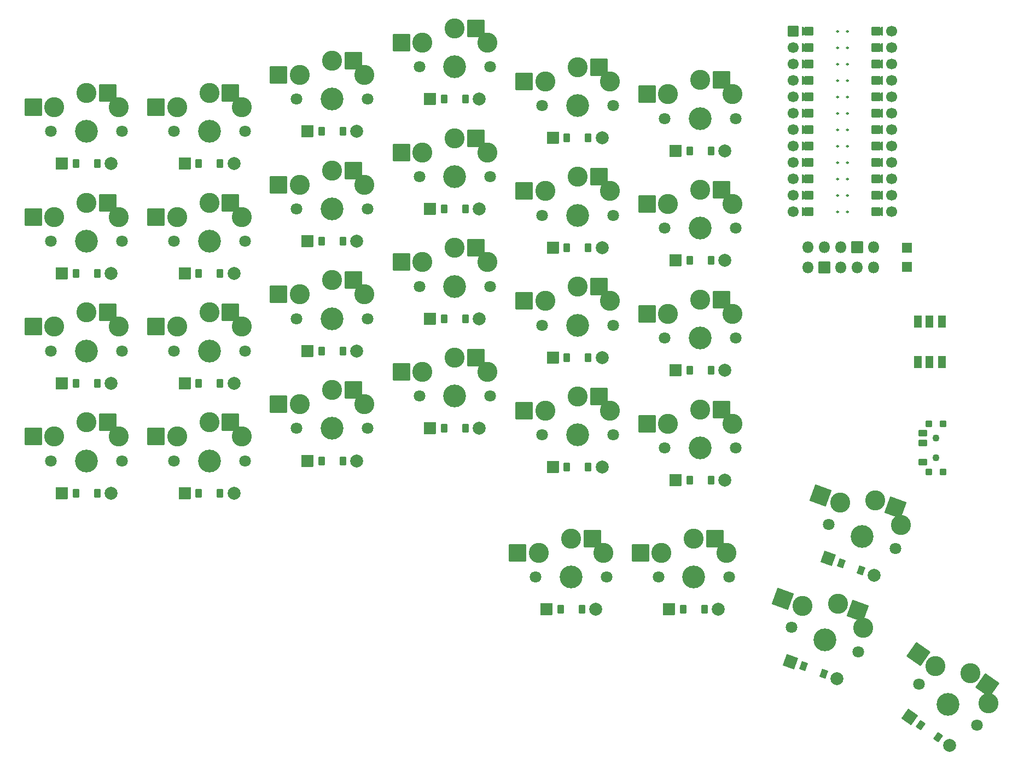
<source format=gbr>
%TF.GenerationSoftware,KiCad,Pcbnew,(7.0.0-0)*%
%TF.CreationDate,2023-05-03T13:23:33-05:00*%
%TF.ProjectId,boardv3,626f6172-6476-4332-9e6b-696361645f70,v1.0.0*%
%TF.SameCoordinates,Original*%
%TF.FileFunction,Soldermask,Top*%
%TF.FilePolarity,Negative*%
%FSLAX46Y46*%
G04 Gerber Fmt 4.6, Leading zero omitted, Abs format (unit mm)*
G04 Created by KiCad (PCBNEW (7.0.0-0)) date 2023-05-03 13:23:33*
%MOMM*%
%LPD*%
G01*
G04 APERTURE LIST*
G04 Aperture macros list*
%AMRoundRect*
0 Rectangle with rounded corners*
0 $1 Rounding radius*
0 $2 $3 $4 $5 $6 $7 $8 $9 X,Y pos of 4 corners*
0 Add a 4 corners polygon primitive as box body*
4,1,4,$2,$3,$4,$5,$6,$7,$8,$9,$2,$3,0*
0 Add four circle primitives for the rounded corners*
1,1,$1+$1,$2,$3*
1,1,$1+$1,$4,$5*
1,1,$1+$1,$6,$7*
1,1,$1+$1,$8,$9*
0 Add four rect primitives between the rounded corners*
20,1,$1+$1,$2,$3,$4,$5,0*
20,1,$1+$1,$4,$5,$6,$7,0*
20,1,$1+$1,$6,$7,$8,$9,0*
20,1,$1+$1,$8,$9,$2,$3,0*%
%AMFreePoly0*
4,1,14,0.635355,0.435355,0.650000,0.400000,0.650000,0.200000,0.635355,0.164645,0.035355,-0.435355,0.000000,-0.450000,-0.035355,-0.435355,-0.635355,0.164645,-0.650000,0.200000,-0.650000,0.400000,-0.635355,0.435355,-0.600000,0.450000,0.600000,0.450000,0.635355,0.435355,0.635355,0.435355,$1*%
%AMFreePoly1*
4,1,16,0.635355,1.035355,0.650000,1.000000,0.650000,-0.250000,0.635355,-0.285355,0.600000,-0.300000,-0.600000,-0.300000,-0.635355,-0.285355,-0.650000,-0.250000,-0.650000,1.000000,-0.635355,1.035355,-0.600000,1.050000,-0.564645,1.035355,0.000000,0.470710,0.564645,1.035355,0.600000,1.050000,0.635355,1.035355,0.635355,1.035355,$1*%
G04 Aperture macros list end*
%ADD10C,0.250000*%
%ADD11C,0.100000*%
%ADD12C,1.100000*%
%ADD13RoundRect,0.050000X-0.550000X0.900000X-0.550000X-0.900000X0.550000X-0.900000X0.550000X0.900000X0*%
%ADD14RoundRect,0.050000X-0.889000X-0.889000X0.889000X-0.889000X0.889000X0.889000X-0.889000X0.889000X0*%
%ADD15RoundRect,0.050000X-0.450000X-0.600000X0.450000X-0.600000X0.450000X0.600000X-0.450000X0.600000X0*%
%ADD16C,2.005000*%
%ADD17RoundRect,0.050000X-1.139443X-0.531331X0.531331X-1.139443X1.139443X0.531331X-0.531331X1.139443X0*%
%ADD18RoundRect,0.050000X-0.628074X-0.409907X0.217650X-0.717725X0.628074X0.409907X-0.217650X0.717725X0*%
%ADD19C,3.100000*%
%ADD20C,3.529000*%
%ADD21C,1.801800*%
%ADD22RoundRect,0.050000X-1.300000X-1.300000X1.300000X-1.300000X1.300000X1.300000X-1.300000X1.300000X0*%
%ADD23RoundRect,0.050000X-1.666227X-0.776974X0.776974X-1.666227X1.666227X0.776974X-0.776974X1.666227X0*%
%ADD24C,1.700000*%
%ADD25FreePoly0,90.000000*%
%ADD26FreePoly0,270.000000*%
%ADD27RoundRect,0.050000X-0.800000X0.800000X-0.800000X-0.800000X0.800000X-0.800000X0.800000X0.800000X0*%
%ADD28FreePoly1,270.000000*%
%ADD29FreePoly1,90.000000*%
%ADD30RoundRect,0.050000X-0.750000X-0.750000X0.750000X-0.750000X0.750000X0.750000X-0.750000X0.750000X0*%
%ADD31RoundRect,0.050000X-0.450000X0.450000X-0.450000X-0.450000X0.450000X-0.450000X0.450000X0.450000X0*%
%ADD32RoundRect,0.050000X-0.625000X0.450000X-0.625000X-0.450000X0.625000X-0.450000X0.625000X0.450000X0*%
%ADD33RoundRect,0.050000X-0.712764X-0.233382X0.024473X-0.749601X0.712764X0.233382X-0.024473X0.749601X0*%
%ADD34RoundRect,0.050000X-1.238136X-0.218317X0.218317X-1.238136X1.238136X0.218317X-0.218317X1.238136X0*%
%ADD35O,1.800000X1.800000*%
%ADD36RoundRect,0.050000X0.850000X0.850000X-0.850000X0.850000X-0.850000X-0.850000X0.850000X-0.850000X0*%
%ADD37RoundRect,0.050000X-0.850000X-0.850000X0.850000X-0.850000X0.850000X0.850000X-0.850000X0.850000X0*%
%ADD38RoundRect,0.050000X-1.810547X-0.319248X0.319248X-1.810547X1.810547X0.319248X-0.319248X1.810547X0*%
G04 APERTURE END LIST*
D10*
%TO.C,MCU1*%
X118168200Y31536700D02*
G75*
G03*
X118168200Y31536700I-125000J0D01*
G01*
X118168200Y39156700D02*
G75*
G03*
X118168200Y39156700I-125000J0D01*
G01*
X116644200Y23916700D02*
G75*
G03*
X116644200Y23916700I-125000J0D01*
G01*
X116644200Y21376700D02*
G75*
G03*
X116644200Y21376700I-125000J0D01*
G01*
X116644200Y28996700D02*
G75*
G03*
X116644200Y28996700I-125000J0D01*
G01*
X116644200Y31536700D02*
G75*
G03*
X116644200Y31536700I-125000J0D01*
G01*
X116644200Y39156700D02*
G75*
G03*
X116644200Y39156700I-125000J0D01*
G01*
X116644200Y44236700D02*
G75*
G03*
X116644200Y44236700I-125000J0D01*
G01*
X116644200Y49316700D02*
G75*
G03*
X116644200Y49316700I-125000J0D01*
G01*
X118168200Y34076700D02*
G75*
G03*
X118168200Y34076700I-125000J0D01*
G01*
X118168200Y21376700D02*
G75*
G03*
X118168200Y21376700I-125000J0D01*
G01*
X118168200Y44236700D02*
G75*
G03*
X118168200Y44236700I-125000J0D01*
G01*
X118168200Y49316700D02*
G75*
G03*
X118168200Y49316700I-125000J0D01*
G01*
X116644200Y36616700D02*
G75*
G03*
X116644200Y36616700I-125000J0D01*
G01*
X118168200Y36616700D02*
G75*
G03*
X118168200Y36616700I-125000J0D01*
G01*
X118168200Y46776700D02*
G75*
G03*
X118168200Y46776700I-125000J0D01*
G01*
X118168200Y23916700D02*
G75*
G03*
X118168200Y23916700I-125000J0D01*
G01*
X116644200Y46776700D02*
G75*
G03*
X116644200Y46776700I-125000J0D01*
G01*
X118168200Y28996700D02*
G75*
G03*
X118168200Y28996700I-125000J0D01*
G01*
X118168200Y41696700D02*
G75*
G03*
X118168200Y41696700I-125000J0D01*
G01*
X116644200Y26456700D02*
G75*
G03*
X116644200Y26456700I-125000J0D01*
G01*
X118168200Y26456700D02*
G75*
G03*
X118168200Y26456700I-125000J0D01*
G01*
X116644200Y41696700D02*
G75*
G03*
X116644200Y41696700I-125000J0D01*
G01*
X116644200Y34076700D02*
G75*
G03*
X116644200Y34076700I-125000J0D01*
G01*
G36*
X112201200Y20868700D02*
G01*
X111185200Y20868700D01*
X111185200Y21884700D01*
X112201200Y21884700D01*
X112201200Y20868700D01*
G37*
D11*
X112201200Y20868700D02*
X111185200Y20868700D01*
X111185200Y21884700D01*
X112201200Y21884700D01*
X112201200Y20868700D01*
G36*
X123377200Y20868700D02*
G01*
X122361200Y20868700D01*
X122361200Y21884700D01*
X123377200Y21884700D01*
X123377200Y20868700D01*
G37*
X123377200Y20868700D02*
X122361200Y20868700D01*
X122361200Y21884700D01*
X123377200Y21884700D01*
X123377200Y20868700D01*
G36*
X123377200Y38648700D02*
G01*
X122361200Y38648700D01*
X122361200Y39664700D01*
X123377200Y39664700D01*
X123377200Y38648700D01*
G37*
X123377200Y38648700D02*
X122361200Y38648700D01*
X122361200Y39664700D01*
X123377200Y39664700D01*
X123377200Y38648700D01*
G36*
X112201200Y28488700D02*
G01*
X111185200Y28488700D01*
X111185200Y29504700D01*
X112201200Y29504700D01*
X112201200Y28488700D01*
G37*
X112201200Y28488700D02*
X111185200Y28488700D01*
X111185200Y29504700D01*
X112201200Y29504700D01*
X112201200Y28488700D01*
G36*
X123377200Y41188700D02*
G01*
X122361200Y41188700D01*
X122361200Y42204700D01*
X123377200Y42204700D01*
X123377200Y41188700D01*
G37*
X123377200Y41188700D02*
X122361200Y41188700D01*
X122361200Y42204700D01*
X123377200Y42204700D01*
X123377200Y41188700D01*
G36*
X112201200Y43728700D02*
G01*
X111185200Y43728700D01*
X111185200Y44744700D01*
X112201200Y44744700D01*
X112201200Y43728700D01*
G37*
X112201200Y43728700D02*
X111185200Y43728700D01*
X111185200Y44744700D01*
X112201200Y44744700D01*
X112201200Y43728700D01*
G36*
X123377200Y46268700D02*
G01*
X122361200Y46268700D01*
X122361200Y47284700D01*
X123377200Y47284700D01*
X123377200Y46268700D01*
G37*
X123377200Y46268700D02*
X122361200Y46268700D01*
X122361200Y47284700D01*
X123377200Y47284700D01*
X123377200Y46268700D01*
G36*
X112201200Y38648700D02*
G01*
X111185200Y38648700D01*
X111185200Y39664700D01*
X112201200Y39664700D01*
X112201200Y38648700D01*
G37*
X112201200Y38648700D02*
X111185200Y38648700D01*
X111185200Y39664700D01*
X112201200Y39664700D01*
X112201200Y38648700D01*
G36*
X123377200Y31028700D02*
G01*
X122361200Y31028700D01*
X122361200Y32044700D01*
X123377200Y32044700D01*
X123377200Y31028700D01*
G37*
X123377200Y31028700D02*
X122361200Y31028700D01*
X122361200Y32044700D01*
X123377200Y32044700D01*
X123377200Y31028700D01*
G36*
X112201200Y41188700D02*
G01*
X111185200Y41188700D01*
X111185200Y42204700D01*
X112201200Y42204700D01*
X112201200Y41188700D01*
G37*
X112201200Y41188700D02*
X111185200Y41188700D01*
X111185200Y42204700D01*
X112201200Y42204700D01*
X112201200Y41188700D01*
G36*
X123377200Y43728700D02*
G01*
X122361200Y43728700D01*
X122361200Y44744700D01*
X123377200Y44744700D01*
X123377200Y43728700D01*
G37*
X123377200Y43728700D02*
X122361200Y43728700D01*
X122361200Y44744700D01*
X123377200Y44744700D01*
X123377200Y43728700D01*
G36*
X123377200Y36108700D02*
G01*
X122361200Y36108700D01*
X122361200Y37124700D01*
X123377200Y37124700D01*
X123377200Y36108700D01*
G37*
X123377200Y36108700D02*
X122361200Y36108700D01*
X122361200Y37124700D01*
X123377200Y37124700D01*
X123377200Y36108700D01*
G36*
X112201200Y46268700D02*
G01*
X111185200Y46268700D01*
X111185200Y47284700D01*
X112201200Y47284700D01*
X112201200Y46268700D01*
G37*
X112201200Y46268700D02*
X111185200Y46268700D01*
X111185200Y47284700D01*
X112201200Y47284700D01*
X112201200Y46268700D01*
G36*
X112201200Y23408700D02*
G01*
X111185200Y23408700D01*
X111185200Y24424700D01*
X112201200Y24424700D01*
X112201200Y23408700D01*
G37*
X112201200Y23408700D02*
X111185200Y23408700D01*
X111185200Y24424700D01*
X112201200Y24424700D01*
X112201200Y23408700D01*
G36*
X123377200Y33568700D02*
G01*
X122361200Y33568700D01*
X122361200Y34584700D01*
X123377200Y34584700D01*
X123377200Y33568700D01*
G37*
X123377200Y33568700D02*
X122361200Y33568700D01*
X122361200Y34584700D01*
X123377200Y34584700D01*
X123377200Y33568700D01*
G36*
X123377200Y28488700D02*
G01*
X122361200Y28488700D01*
X122361200Y29504700D01*
X123377200Y29504700D01*
X123377200Y28488700D01*
G37*
X123377200Y28488700D02*
X122361200Y28488700D01*
X122361200Y29504700D01*
X123377200Y29504700D01*
X123377200Y28488700D01*
G36*
X123377200Y48808700D02*
G01*
X122361200Y48808700D01*
X122361200Y49824700D01*
X123377200Y49824700D01*
X123377200Y48808700D01*
G37*
X123377200Y48808700D02*
X122361200Y48808700D01*
X122361200Y49824700D01*
X123377200Y49824700D01*
X123377200Y48808700D01*
G36*
X112201200Y48808700D02*
G01*
X111185200Y48808700D01*
X111185200Y49824700D01*
X112201200Y49824700D01*
X112201200Y48808700D01*
G37*
X112201200Y48808700D02*
X111185200Y48808700D01*
X111185200Y49824700D01*
X112201200Y49824700D01*
X112201200Y48808700D01*
G36*
X123377200Y23408700D02*
G01*
X122361200Y23408700D01*
X122361200Y24424700D01*
X123377200Y24424700D01*
X123377200Y23408700D01*
G37*
X123377200Y23408700D02*
X122361200Y23408700D01*
X122361200Y24424700D01*
X123377200Y24424700D01*
X123377200Y23408700D01*
G36*
X112201200Y33568700D02*
G01*
X111185200Y33568700D01*
X111185200Y34584700D01*
X112201200Y34584700D01*
X112201200Y33568700D01*
G37*
X112201200Y33568700D02*
X111185200Y33568700D01*
X111185200Y34584700D01*
X112201200Y34584700D01*
X112201200Y33568700D01*
G36*
X112201200Y25948700D02*
G01*
X111185200Y25948700D01*
X111185200Y26964700D01*
X112201200Y26964700D01*
X112201200Y25948700D01*
G37*
X112201200Y25948700D02*
X111185200Y25948700D01*
X111185200Y26964700D01*
X112201200Y26964700D01*
X112201200Y25948700D01*
G36*
X112201200Y31028700D02*
G01*
X111185200Y31028700D01*
X111185200Y32044700D01*
X112201200Y32044700D01*
X112201200Y31028700D01*
G37*
X112201200Y31028700D02*
X111185200Y31028700D01*
X111185200Y32044700D01*
X112201200Y32044700D01*
X112201200Y31028700D01*
G36*
X112201200Y36108700D02*
G01*
X111185200Y36108700D01*
X111185200Y37124700D01*
X112201200Y37124700D01*
X112201200Y36108700D01*
G37*
X112201200Y36108700D02*
X111185200Y36108700D01*
X111185200Y37124700D01*
X112201200Y37124700D01*
X112201200Y36108700D01*
G36*
X123377200Y25948700D02*
G01*
X122361200Y25948700D01*
X122361200Y26964700D01*
X123377200Y26964700D01*
X123377200Y25948700D01*
G37*
X123377200Y25948700D02*
X122361200Y25948700D01*
X122361200Y26964700D01*
X123377200Y26964700D01*
X123377200Y25948700D01*
%TD*%
D12*
%TO.C,T1*%
X131781200Y-16653300D03*
X131781200Y-13653300D03*
%TD*%
D13*
%TO.C,B1*%
X132660000Y-1830000D03*
X132660000Y4370000D03*
X128960000Y-1830000D03*
X130760000Y-1830000D03*
X130760000Y4370000D03*
X128960000Y4370000D03*
%TD*%
D14*
%TO.C,D15*%
X53471200Y21846700D03*
D15*
X55631200Y21846700D03*
D16*
X61091200Y21846700D03*
D15*
X58931200Y21846700D03*
%TD*%
%TO.C,D26*%
X92631200Y-40153300D03*
D14*
X90471200Y-40153300D03*
D16*
X98091200Y-40153300D03*
D15*
X95931200Y-40153300D03*
%TD*%
%TO.C,D5*%
X17631200Y-22153300D03*
D14*
X15471200Y-22153300D03*
D16*
X23091200Y-22153300D03*
D15*
X20931200Y-22153300D03*
%TD*%
D17*
%TO.C,D27*%
X109236271Y-48245803D03*
D18*
X111266007Y-48984567D03*
X114366993Y-50113233D03*
D16*
X116396729Y-50851997D03*
%TD*%
D14*
%TO.C,D17*%
X72471200Y-18153300D03*
D15*
X74631200Y-18153300D03*
D16*
X80091200Y-18153300D03*
D15*
X77931200Y-18153300D03*
%TD*%
D19*
%TO.C,S21*%
X100281200Y-11403300D03*
X95281200Y-9203300D03*
D20*
X95281200Y-15153300D03*
D19*
X90281200Y-11403300D03*
X95281200Y-9203300D03*
D21*
X100781200Y-15153300D03*
X89781200Y-15153300D03*
D22*
X98556200Y-9203300D03*
X87006200Y-11403300D03*
%TD*%
D15*
%TO.C,D4*%
X-1368800Y28846700D03*
D14*
X-3528800Y28846700D03*
D15*
X1931200Y28846700D03*
D16*
X4091200Y28846700D03*
%TD*%
D19*
%TO.C,S27*%
X111110712Y-39616552D03*
X116561620Y-39259329D03*
X120507639Y-43036753D03*
D20*
X114526600Y-44850500D03*
D19*
X116561620Y-39259329D03*
D21*
X119694909Y-46731611D03*
X109358291Y-42969389D03*
D23*
X119639113Y-40379445D03*
X108033219Y-38496436D03*
%TD*%
D15*
%TO.C,D10*%
X36631200Y-153300D03*
D14*
X34471200Y-153300D03*
D15*
X39931200Y-153300D03*
D16*
X42091200Y-153300D03*
%TD*%
D24*
%TO.C,MCU1*%
X124901200Y26456700D03*
X109661200Y34076700D03*
X124901200Y21376700D03*
D25*
X111439200Y28996700D03*
D24*
X124901200Y36616700D03*
D25*
X111439200Y46776700D03*
D26*
X123123200Y39156700D03*
D25*
X111439200Y21376700D03*
X111439200Y26456700D03*
X111439200Y23916700D03*
D24*
X124901200Y28996700D03*
X124901200Y23916700D03*
D25*
X111439200Y49316700D03*
D26*
X123123200Y26456700D03*
D24*
X109661200Y23916700D03*
D26*
X123123200Y36616700D03*
D25*
X111439200Y44236700D03*
D24*
X124901200Y46776700D03*
X124901200Y39156700D03*
D26*
X123123200Y23916700D03*
X123123200Y34076700D03*
D24*
X109661200Y26456700D03*
X124901200Y41696700D03*
X109661200Y21376700D03*
X109661200Y49316700D03*
X109661200Y36616700D03*
X109661200Y31536700D03*
D25*
X111439200Y41696700D03*
X111439200Y34076700D03*
D26*
X123123200Y41696700D03*
D24*
X109661200Y44236700D03*
X124901200Y49316700D03*
X124901200Y44236700D03*
D26*
X123123200Y21376700D03*
D24*
X109661200Y28996700D03*
X109661200Y46776700D03*
D27*
X109661200Y49316700D03*
D24*
X109661200Y39156700D03*
X109661200Y41696700D03*
D25*
X111439200Y31536700D03*
D24*
X124901200Y31536700D03*
D26*
X123123200Y31536700D03*
X123123200Y44236700D03*
X123123200Y46776700D03*
X123123200Y28996700D03*
D25*
X111439200Y39156700D03*
D26*
X123123200Y49316700D03*
D25*
X111439200Y36616700D03*
D24*
X124901200Y34076700D03*
D28*
X122107200Y49316700D03*
X122107200Y46776700D03*
X122107200Y44236700D03*
X122107200Y41696700D03*
X122107200Y39156700D03*
X122107200Y36616700D03*
X122107200Y34076700D03*
X122107200Y31536700D03*
X122107200Y28996700D03*
X122107200Y26456700D03*
X122107200Y23916700D03*
X122107200Y21376700D03*
D29*
X112455200Y21376700D03*
X112455200Y23916700D03*
X112455200Y26456700D03*
X112455200Y28996700D03*
X112455200Y31536700D03*
X112455200Y34076700D03*
X112455200Y36616700D03*
X112455200Y39156700D03*
X112455200Y41696700D03*
X112455200Y44236700D03*
X112455200Y46776700D03*
X112455200Y49316700D03*
%TD*%
D19*
%TO.C,S6*%
X19281200Y5796700D03*
D20*
X19281200Y-153300D03*
D21*
X24781200Y-153300D03*
D19*
X14281200Y3596700D03*
D21*
X13781200Y-153300D03*
D19*
X19281200Y5796700D03*
X24281200Y3596700D03*
D22*
X22556200Y5796700D03*
X11006200Y3596700D03*
%TD*%
D21*
%TO.C,S18*%
X81781200Y3846700D03*
D19*
X76281200Y9796700D03*
X76281200Y9796700D03*
X71281200Y7596700D03*
D21*
X70781200Y3846700D03*
D20*
X76281200Y3846700D03*
D19*
X81281200Y7596700D03*
D22*
X79556200Y9796700D03*
X68006200Y7596700D03*
%TD*%
D30*
%TO.C,PAD2*%
X127281200Y15846700D03*
%TD*%
D21*
%TO.C,S16*%
X51781200Y43846700D03*
D19*
X52281200Y47596700D03*
D21*
X62781200Y43846700D03*
D19*
X62281200Y47596700D03*
X57281200Y49796700D03*
D20*
X57281200Y43846700D03*
D19*
X57281200Y49796700D03*
D22*
X60556200Y49796700D03*
X49006200Y47596700D03*
%TD*%
D15*
%TO.C,D2*%
X-1368800Y-5153300D03*
D14*
X-3528800Y-5153300D03*
D16*
X4091200Y-5153300D03*
D15*
X1931200Y-5153300D03*
%TD*%
D31*
%TO.C,T2*%
X132881200Y-11453300D03*
X130681200Y-18853300D03*
X130681200Y-11453300D03*
X132881200Y-18853300D03*
D12*
X131781200Y-16653300D03*
X131781200Y-13653300D03*
D32*
X129706200Y-17403300D03*
X129706200Y-14403300D03*
X129706200Y-12903300D03*
%TD*%
D20*
%TO.C,S23*%
X95281200Y18846700D03*
D19*
X100281200Y22596700D03*
X95281200Y24796700D03*
D21*
X100781200Y18846700D03*
X89781200Y18846700D03*
D19*
X90281200Y22596700D03*
X95281200Y24796700D03*
D22*
X98556200Y24796700D03*
X87006200Y22596700D03*
%TD*%
D21*
%TO.C,S7*%
X13781200Y16846700D03*
D19*
X14281200Y20596700D03*
X19281200Y22796700D03*
D21*
X24781200Y16846700D03*
D19*
X19281200Y22796700D03*
X24281200Y20596700D03*
D20*
X19281200Y16846700D03*
D22*
X22556200Y22796700D03*
X11006200Y20596700D03*
%TD*%
D21*
%TO.C,S4*%
X5781200Y33846700D03*
D20*
X281200Y33846700D03*
D21*
X-5218800Y33846700D03*
D19*
X-4718800Y37596700D03*
X281200Y39796700D03*
X281200Y39796700D03*
X5281200Y37596700D03*
D22*
X3556200Y39796700D03*
X-7993800Y37596700D03*
%TD*%
D14*
%TO.C,D8*%
X15471200Y28846700D03*
D15*
X17631200Y28846700D03*
D16*
X23091200Y28846700D03*
D15*
X20931200Y28846700D03*
%TD*%
D19*
%TO.C,S14*%
X52281200Y13596700D03*
X57281200Y15796700D03*
D21*
X51781200Y9846700D03*
X62781200Y9846700D03*
D19*
X57281200Y15796700D03*
X62281200Y13596700D03*
D20*
X57281200Y9846700D03*
D22*
X60556200Y15796700D03*
X49006200Y13596700D03*
%TD*%
D15*
%TO.C,D7*%
X17631200Y11846700D03*
D14*
X15471200Y11846700D03*
D16*
X23091200Y11846700D03*
D15*
X20931200Y11846700D03*
%TD*%
D19*
%TO.C,S19*%
X71281200Y24596700D03*
D21*
X70781200Y20846700D03*
D19*
X76281200Y26796700D03*
D20*
X76281200Y20846700D03*
D19*
X76281200Y26796700D03*
X81281200Y24596700D03*
D21*
X81781200Y20846700D03*
D22*
X79556200Y26796700D03*
X68006200Y24596700D03*
%TD*%
D19*
%TO.C,S10*%
X33281200Y8596700D03*
X43281200Y8596700D03*
D21*
X32781200Y4846700D03*
X43781200Y4846700D03*
D20*
X38281200Y4846700D03*
D19*
X38281200Y10796700D03*
X38281200Y10796700D03*
D22*
X41556200Y10796700D03*
X30006200Y8596700D03*
%TD*%
D33*
%TO.C,D29*%
X129412799Y-58055999D03*
D34*
X127643431Y-56817074D03*
D16*
X133885369Y-61187726D03*
D33*
X132116001Y-59948801D03*
%TD*%
D19*
%TO.C,S2*%
X5281200Y3596700D03*
D20*
X281200Y-153300D03*
D19*
X281200Y5796700D03*
X-4718800Y3596700D03*
D21*
X-5218800Y-153300D03*
X5781200Y-153300D03*
D19*
X281200Y5796700D03*
D22*
X3556200Y5796700D03*
X-7993800Y3596700D03*
%TD*%
D15*
%TO.C,D3*%
X-1368800Y11846700D03*
D14*
X-3528800Y11846700D03*
D15*
X1931200Y11846700D03*
D16*
X4091200Y11846700D03*
%TD*%
D21*
%TO.C,S11*%
X43781200Y21846700D03*
X32781200Y21846700D03*
D19*
X38281200Y27796700D03*
X33281200Y25596700D03*
D20*
X38281200Y21846700D03*
D19*
X43281200Y25596700D03*
X38281200Y27796700D03*
D22*
X41556200Y27796700D03*
X30006200Y25596700D03*
%TD*%
D15*
%TO.C,D22*%
X93631200Y-3153300D03*
D14*
X91471200Y-3153300D03*
D16*
X99091200Y-3153300D03*
D15*
X96931200Y-3153300D03*
%TD*%
D20*
%TO.C,S22*%
X95281200Y1846700D03*
D19*
X95281200Y7796700D03*
X100281200Y5596700D03*
D21*
X100781200Y1846700D03*
D19*
X95281200Y7796700D03*
D21*
X89781200Y1846700D03*
D19*
X90281200Y5596700D03*
D22*
X98556200Y7796700D03*
X87006200Y5596700D03*
%TD*%
D14*
%TO.C,D12*%
X34471200Y33846700D03*
D15*
X36631200Y33846700D03*
X39931200Y33846700D03*
D16*
X42091200Y33846700D03*
%TD*%
D15*
%TO.C,D6*%
X17631200Y-5153300D03*
D14*
X15471200Y-5153300D03*
D15*
X20931200Y-5153300D03*
D16*
X23091200Y-5153300D03*
%TD*%
D19*
%TO.C,S20*%
X71281200Y41596700D03*
X81281200Y41596700D03*
X76281200Y43796700D03*
X76281200Y43796700D03*
D20*
X76281200Y37846700D03*
D21*
X70781200Y37846700D03*
X81781200Y37846700D03*
D22*
X79556200Y43796700D03*
X68006200Y41596700D03*
%TD*%
D19*
%TO.C,S26*%
X94281200Y-29203300D03*
D21*
X88781200Y-35153300D03*
D19*
X99281200Y-31403300D03*
X94281200Y-29203300D03*
D21*
X99781200Y-35153300D03*
D20*
X94281200Y-35153300D03*
D19*
X89281200Y-31403300D03*
D22*
X97556200Y-29203300D03*
X86006200Y-31403300D03*
%TD*%
D30*
%TO.C,PAD1*%
X127281200Y12846700D03*
%TD*%
D21*
%TO.C,S9*%
X43781200Y-12153300D03*
D20*
X38281200Y-12153300D03*
D21*
X32781200Y-12153300D03*
D19*
X33281200Y-8403300D03*
X43281200Y-8403300D03*
X38281200Y-6203300D03*
X38281200Y-6203300D03*
D22*
X41556200Y-6203300D03*
X30006200Y-8403300D03*
%TD*%
D15*
%TO.C,D23*%
X93631200Y13846700D03*
D14*
X91471200Y13846700D03*
D15*
X96931200Y13846700D03*
D16*
X99091200Y13846700D03*
%TD*%
D35*
%TO.C,OLED2*%
X111941199Y12746699D03*
D36*
X114481200Y12746700D03*
D35*
X117021199Y12746699D03*
X119561199Y12746699D03*
X122101199Y12746699D03*
%TD*%
%TO.C,OLED1*%
X122121199Y15946699D03*
D37*
X119581200Y15946700D03*
D35*
X117041199Y15946699D03*
X114501199Y15946699D03*
X111961199Y15946699D03*
%TD*%
D19*
%TO.C,S5*%
X24281200Y-13403300D03*
X14281200Y-13403300D03*
X19281200Y-11203300D03*
X19281200Y-11203300D03*
D21*
X24781200Y-17153300D03*
X13781200Y-17153300D03*
D20*
X19281200Y-17153300D03*
D22*
X22556200Y-11203300D03*
X11006200Y-13403300D03*
%TD*%
D18*
%TO.C,D28*%
X117080407Y-33009867D03*
D17*
X115050671Y-32271103D03*
D16*
X122211129Y-34877297D03*
D18*
X120181393Y-34138533D03*
%TD*%
D21*
%TO.C,S3*%
X5781200Y16846700D03*
D19*
X-4718800Y20596700D03*
X281200Y22796700D03*
D21*
X-5218800Y16846700D03*
D19*
X281200Y22796700D03*
X5281200Y20596700D03*
D20*
X281200Y16846700D03*
D22*
X3556200Y22796700D03*
X-7993800Y20596700D03*
%TD*%
D21*
%TO.C,S25*%
X80781200Y-35153300D03*
D19*
X75281200Y-29203300D03*
X80281200Y-31403300D03*
X75281200Y-29203300D03*
D20*
X75281200Y-35153300D03*
D21*
X69781200Y-35153300D03*
D19*
X70281200Y-31403300D03*
D22*
X78556200Y-29203300D03*
X67006200Y-31403300D03*
%TD*%
D19*
%TO.C,S15*%
X57281200Y32796700D03*
D20*
X57281200Y26846700D03*
D19*
X57281200Y32796700D03*
X62281200Y30596700D03*
D21*
X62781200Y26846700D03*
X51781200Y26846700D03*
D19*
X52281200Y30596700D03*
D22*
X60556200Y32796700D03*
X49006200Y30596700D03*
%TD*%
D21*
%TO.C,S1*%
X-5218800Y-17153300D03*
D19*
X281200Y-11203300D03*
X5281200Y-13403300D03*
X281200Y-11203300D03*
D20*
X281200Y-17153300D03*
D21*
X5781200Y-17153300D03*
D19*
X-4718800Y-13403300D03*
D22*
X3556200Y-11203300D03*
X-7993800Y-13403300D03*
%TD*%
D14*
%TO.C,D9*%
X34471200Y-17153300D03*
D15*
X36631200Y-17153300D03*
D16*
X42091200Y-17153300D03*
D15*
X39931200Y-17153300D03*
%TD*%
D19*
%TO.C,S12*%
X43281200Y42596700D03*
X38281200Y44796700D03*
D20*
X38281200Y38846700D03*
D21*
X32781200Y38846700D03*
D19*
X33281200Y42596700D03*
D21*
X43781200Y38846700D03*
D19*
X38281200Y44796700D03*
D22*
X41556200Y44796700D03*
X30006200Y42596700D03*
%TD*%
D19*
%TO.C,S8*%
X19281200Y39796700D03*
X24281200Y37596700D03*
D21*
X13781200Y33846700D03*
D20*
X19281200Y33846700D03*
D21*
X24781200Y33846700D03*
D19*
X19281200Y39796700D03*
X14281200Y37596700D03*
D22*
X22556200Y39796700D03*
X11006200Y37596700D03*
%TD*%
D14*
%TO.C,D25*%
X71471200Y-40153300D03*
D15*
X73631200Y-40153300D03*
D16*
X79091200Y-40153300D03*
D15*
X76931200Y-40153300D03*
%TD*%
%TO.C,D20*%
X74631200Y32846700D03*
D14*
X72471200Y32846700D03*
D16*
X80091200Y32846700D03*
D15*
X77931200Y32846700D03*
%TD*%
D14*
%TO.C,D21*%
X91471200Y-20153300D03*
D15*
X93631200Y-20153300D03*
D16*
X99091200Y-20153300D03*
D15*
X96931200Y-20153300D03*
%TD*%
D14*
%TO.C,D1*%
X-3528800Y-22153300D03*
D15*
X-1368800Y-22153300D03*
D16*
X4091200Y-22153300D03*
D15*
X1931200Y-22153300D03*
%TD*%
%TO.C,D18*%
X74631200Y-1153300D03*
D14*
X72471200Y-1153300D03*
D16*
X80091200Y-1153300D03*
D15*
X77931200Y-1153300D03*
%TD*%
D14*
%TO.C,D14*%
X53471200Y4846700D03*
D15*
X55631200Y4846700D03*
X58931200Y4846700D03*
D16*
X61091200Y4846700D03*
%TD*%
D14*
%TO.C,D11*%
X34471200Y16846700D03*
D15*
X36631200Y16846700D03*
D16*
X42091200Y16846700D03*
D15*
X39931200Y16846700D03*
%TD*%
D19*
%TO.C,S13*%
X52281200Y-3403300D03*
D21*
X62781200Y-7153300D03*
D20*
X57281200Y-7153300D03*
D19*
X62281200Y-3403300D03*
X57281200Y-1203300D03*
X57281200Y-1203300D03*
D21*
X51781200Y-7153300D03*
D22*
X60556200Y-1203300D03*
X49006200Y-3403300D03*
%TD*%
D14*
%TO.C,D13*%
X53471200Y-12153300D03*
D15*
X55631200Y-12153300D03*
X58931200Y-12153300D03*
D16*
X61091200Y-12153300D03*
%TD*%
D19*
%TO.C,S17*%
X76281200Y-7203300D03*
X71281200Y-9403300D03*
D21*
X81781200Y-13153300D03*
D20*
X76281200Y-13153300D03*
D21*
X70781200Y-13153300D03*
D19*
X76281200Y-7203300D03*
X81281200Y-9403300D03*
D22*
X79556200Y-7203300D03*
X68006200Y-9403300D03*
%TD*%
D20*
%TO.C,S24*%
X95281200Y35846700D03*
D19*
X90281200Y39596700D03*
X100281200Y39596700D03*
D21*
X100781200Y35846700D03*
D19*
X95281200Y41796700D03*
X95281200Y41796700D03*
D21*
X89781200Y35846700D03*
D22*
X98556200Y41796700D03*
X87006200Y39596700D03*
%TD*%
D15*
%TO.C,D16*%
X55631200Y38846700D03*
D14*
X53471200Y38846700D03*
D15*
X58931200Y38846700D03*
D16*
X61091200Y38846700D03*
%TD*%
D19*
%TO.C,S28*%
X126322039Y-27061953D03*
X122376020Y-23284529D03*
D20*
X120341000Y-28875700D03*
D19*
X116925112Y-23641752D03*
X122376020Y-23284529D03*
D21*
X125509309Y-30756811D03*
X115172691Y-26994589D03*
D23*
X125453513Y-24404645D03*
X113847619Y-22521636D03*
%TD*%
D21*
%TO.C,S29*%
X129126964Y-51751930D03*
D19*
X137045080Y-50032645D03*
D20*
X133632300Y-54906600D03*
D19*
X139878972Y-54702662D03*
X131687451Y-48966898D03*
X137045080Y-50032645D03*
D21*
X138137636Y-58061270D03*
D38*
X139727803Y-51911108D03*
X129004728Y-47088435D03*
%TD*%
D15*
%TO.C,D19*%
X74631200Y15846700D03*
D14*
X72471200Y15846700D03*
D15*
X77931200Y15846700D03*
D16*
X80091200Y15846700D03*
%TD*%
D14*
%TO.C,D24*%
X91471200Y30846700D03*
D15*
X93631200Y30846700D03*
D16*
X99091200Y30846700D03*
D15*
X96931200Y30846700D03*
%TD*%
M02*

</source>
